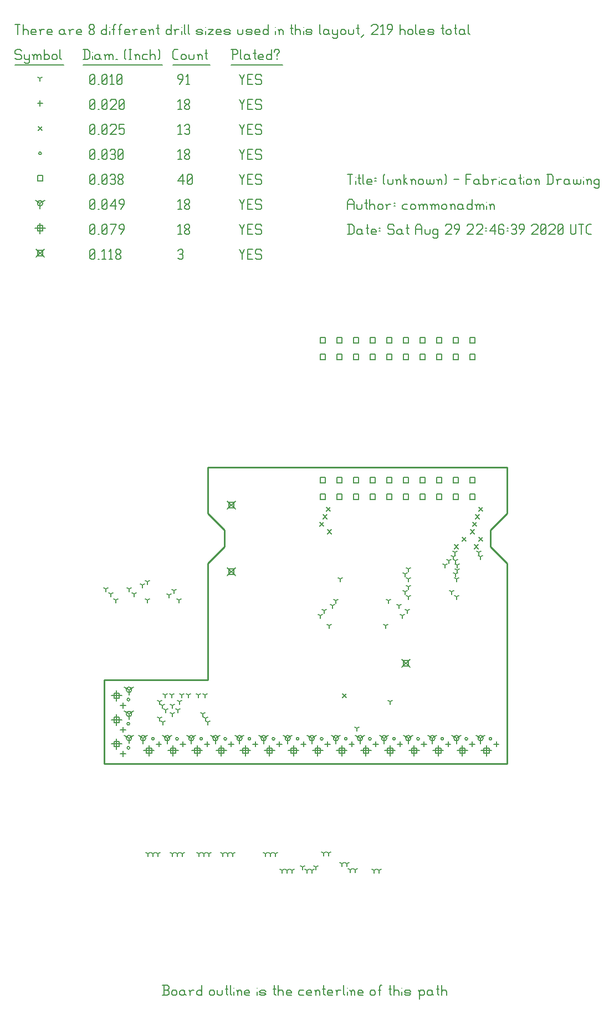
<source format=gbr>
G04 start of page 14 for group -3984 idx -3984 *
G04 Title: (unknown), fab *
G04 Creator: pcb 4.2.0 *
G04 CreationDate: Sat Aug 29 22:46:39 2020 UTC *
G04 For: commonadmin *
G04 Format: Gerber/RS-274X *
G04 PCB-Dimensions (mil): 3500.00 4250.00 *
G04 PCB-Coordinate-Origin: lower left *
%MOIN*%
%FSLAX25Y25*%
%LNFAB*%
%ADD135C,0.0100*%
%ADD134C,0.0075*%
%ADD133C,0.0060*%
%ADD132C,0.0080*%
G54D132*X232600Y192400D02*X237400Y187600D01*
X232600D02*X237400Y192400D01*
X233400Y191600D02*X236600D01*
X233400D02*Y188400D01*
X236600D01*
Y191600D02*Y188400D01*
X127600Y287400D02*X132400Y282600D01*
X127600D02*X132400Y287400D01*
X128400Y286600D02*X131600D01*
X128400D02*Y283400D01*
X131600D01*
Y286600D02*Y283400D01*
X127600Y247400D02*X132400Y242600D01*
X127600D02*X132400Y247400D01*
X128400Y246600D02*X131600D01*
X128400D02*Y243400D01*
X131600D01*
Y246600D02*Y243400D01*
X12600Y438650D02*X17400Y433850D01*
X12600D02*X17400Y438650D01*
X13400Y437850D02*X16600D01*
X13400D02*Y434650D01*
X16600D01*
Y437850D02*Y434650D01*
G54D133*X135000Y438500D02*X136500Y435500D01*
X138000Y438500D01*
X136500Y435500D02*Y432500D01*
X139800Y435800D02*X142050D01*
X139800Y432500D02*X142800D01*
X139800Y438500D02*Y432500D01*
Y438500D02*X142800D01*
X147600D02*X148350Y437750D01*
X145350Y438500D02*X147600D01*
X144600Y437750D02*X145350Y438500D01*
X144600Y437750D02*Y436250D01*
X145350Y435500D01*
X147600D01*
X148350Y434750D01*
Y433250D01*
X147600Y432500D02*X148350Y433250D01*
X145350Y432500D02*X147600D01*
X144600Y433250D02*X145350Y432500D01*
X98000Y437750D02*X98750Y438500D01*
X100250D01*
X101000Y437750D01*
X100250Y432500D02*X101000Y433250D01*
X98750Y432500D02*X100250D01*
X98000Y433250D02*X98750Y432500D01*
Y435800D02*X100250D01*
X101000Y437750D02*Y436550D01*
Y435050D02*Y433250D01*
Y435050D02*X100250Y435800D01*
X101000Y436550D02*X100250Y435800D01*
X45000Y433250D02*X45750Y432500D01*
X45000Y437750D02*Y433250D01*
Y437750D02*X45750Y438500D01*
X47250D01*
X48000Y437750D01*
Y433250D01*
X47250Y432500D02*X48000Y433250D01*
X45750Y432500D02*X47250D01*
X45000Y434000D02*X48000Y437000D01*
X49800Y432500D02*X50550D01*
X52350Y437300D02*X53550Y438500D01*
Y432500D01*
X52350D02*X54600D01*
X56400Y437300D02*X57600Y438500D01*
Y432500D01*
X56400D02*X58650D01*
X60450Y433250D02*X61200Y432500D01*
X60450Y434450D02*Y433250D01*
Y434450D02*X61500Y435500D01*
X62400D01*
X63450Y434450D01*
Y433250D01*
X62700Y432500D02*X63450Y433250D01*
X61200Y432500D02*X62700D01*
X60450Y436550D02*X61500Y435500D01*
X60450Y437750D02*Y436550D01*
Y437750D02*X61200Y438500D01*
X62700D01*
X63450Y437750D01*
Y436550D01*
X62400Y435500D02*X63450Y436550D01*
X225500Y140700D02*Y134300D01*
X222300Y137500D02*X228700D01*
X223900Y139100D02*X227100D01*
X223900D02*Y135900D01*
X227100D01*
Y139100D02*Y135900D01*
X240000Y140700D02*Y134300D01*
X236800Y137500D02*X243200D01*
X238400Y139100D02*X241600D01*
X238400D02*Y135900D01*
X241600D01*
Y139100D02*Y135900D01*
X80500Y140700D02*Y134300D01*
X77300Y137500D02*X83700D01*
X78900Y139100D02*X82100D01*
X78900D02*Y135900D01*
X82100D01*
Y139100D02*Y135900D01*
X95000Y140700D02*Y134300D01*
X91800Y137500D02*X98200D01*
X93400Y139100D02*X96600D01*
X93400D02*Y135900D01*
X96600D01*
Y139100D02*Y135900D01*
X109500Y140700D02*Y134300D01*
X106300Y137500D02*X112700D01*
X107900Y139100D02*X111100D01*
X107900D02*Y135900D01*
X111100D01*
Y139100D02*Y135900D01*
X124000Y140700D02*Y134300D01*
X120800Y137500D02*X127200D01*
X122400Y139100D02*X125600D01*
X122400D02*Y135900D01*
X125600D01*
Y139100D02*Y135900D01*
X138500Y140700D02*Y134300D01*
X135300Y137500D02*X141700D01*
X136900Y139100D02*X140100D01*
X136900D02*Y135900D01*
X140100D01*
Y139100D02*Y135900D01*
X153000Y140700D02*Y134300D01*
X149800Y137500D02*X156200D01*
X151400Y139100D02*X154600D01*
X151400D02*Y135900D01*
X154600D01*
Y139100D02*Y135900D01*
X167500Y140700D02*Y134300D01*
X164300Y137500D02*X170700D01*
X165900Y139100D02*X169100D01*
X165900D02*Y135900D01*
X169100D01*
Y139100D02*Y135900D01*
X182000Y140700D02*Y134300D01*
X178800Y137500D02*X185200D01*
X180400Y139100D02*X183600D01*
X180400D02*Y135900D01*
X183600D01*
Y139100D02*Y135900D01*
X196500Y140700D02*Y134300D01*
X193300Y137500D02*X199700D01*
X194900Y139100D02*X198100D01*
X194900D02*Y135900D01*
X198100D01*
Y139100D02*Y135900D01*
X211000Y140700D02*Y134300D01*
X207800Y137500D02*X214200D01*
X209400Y139100D02*X212600D01*
X209400D02*Y135900D01*
X212600D01*
Y139100D02*Y135900D01*
X254500Y140700D02*Y134300D01*
X251300Y137500D02*X257700D01*
X252900Y139100D02*X256100D01*
X252900D02*Y135900D01*
X256100D01*
Y139100D02*Y135900D01*
X269000Y140700D02*Y134300D01*
X265800Y137500D02*X272200D01*
X267400Y139100D02*X270600D01*
X267400D02*Y135900D01*
X270600D01*
Y139100D02*Y135900D01*
X283500Y140700D02*Y134300D01*
X280300Y137500D02*X286700D01*
X281900Y139100D02*X285100D01*
X281900D02*Y135900D01*
X285100D01*
Y139100D02*Y135900D01*
X61000Y144700D02*Y138300D01*
X57800Y141500D02*X64200D01*
X59400Y143100D02*X62600D01*
X59400D02*Y139900D01*
X62600D01*
Y143100D02*Y139900D01*
X61000Y173700D02*Y167300D01*
X57800Y170500D02*X64200D01*
X59400Y172100D02*X62600D01*
X59400D02*Y168900D01*
X62600D01*
Y172100D02*Y168900D01*
X61000Y159200D02*Y152800D01*
X57800Y156000D02*X64200D01*
X59400Y157600D02*X62600D01*
X59400D02*Y154400D01*
X62600D01*
Y157600D02*Y154400D01*
X15000Y454450D02*Y448050D01*
X11800Y451250D02*X18200D01*
X13400Y452850D02*X16600D01*
X13400D02*Y449650D01*
X16600D01*
Y452850D02*Y449650D01*
X135000Y453500D02*X136500Y450500D01*
X138000Y453500D01*
X136500Y450500D02*Y447500D01*
X139800Y450800D02*X142050D01*
X139800Y447500D02*X142800D01*
X139800Y453500D02*Y447500D01*
Y453500D02*X142800D01*
X147600D02*X148350Y452750D01*
X145350Y453500D02*X147600D01*
X144600Y452750D02*X145350Y453500D01*
X144600Y452750D02*Y451250D01*
X145350Y450500D01*
X147600D01*
X148350Y449750D01*
Y448250D01*
X147600Y447500D02*X148350Y448250D01*
X145350Y447500D02*X147600D01*
X144600Y448250D02*X145350Y447500D01*
X98000Y452300D02*X99200Y453500D01*
Y447500D01*
X98000D02*X100250D01*
X102050Y448250D02*X102800Y447500D01*
X102050Y449450D02*Y448250D01*
Y449450D02*X103100Y450500D01*
X104000D01*
X105050Y449450D01*
Y448250D01*
X104300Y447500D02*X105050Y448250D01*
X102800Y447500D02*X104300D01*
X102050Y451550D02*X103100Y450500D01*
X102050Y452750D02*Y451550D01*
Y452750D02*X102800Y453500D01*
X104300D01*
X105050Y452750D01*
Y451550D01*
X104000Y450500D02*X105050Y451550D01*
X45000Y448250D02*X45750Y447500D01*
X45000Y452750D02*Y448250D01*
Y452750D02*X45750Y453500D01*
X47250D01*
X48000Y452750D01*
Y448250D01*
X47250Y447500D02*X48000Y448250D01*
X45750Y447500D02*X47250D01*
X45000Y449000D02*X48000Y452000D01*
X49800Y447500D02*X50550D01*
X52350Y448250D02*X53100Y447500D01*
X52350Y452750D02*Y448250D01*
Y452750D02*X53100Y453500D01*
X54600D01*
X55350Y452750D01*
Y448250D01*
X54600Y447500D02*X55350Y448250D01*
X53100Y447500D02*X54600D01*
X52350Y449000D02*X55350Y452000D01*
X57900Y447500D02*X60900Y453500D01*
X57150D02*X60900D01*
X63450Y447500D02*X65700Y450500D01*
Y452750D02*Y450500D01*
X64950Y453500D02*X65700Y452750D01*
X63450Y453500D02*X64950D01*
X62700Y452750D02*X63450Y453500D01*
X62700Y452750D02*Y451250D01*
X63450Y450500D01*
X65700D01*
X221957Y144980D02*Y141780D01*
Y144980D02*X224730Y146580D01*
X221957Y144980D02*X219183Y146580D01*
X220357Y144980D02*G75*G03X223557Y144980I1600J0D01*G01*
G75*G03X220357Y144980I-1600J0D01*G01*
X236457D02*Y141780D01*
Y144980D02*X239230Y146580D01*
X236457Y144980D02*X233683Y146580D01*
X234857Y144980D02*G75*G03X238057Y144980I1600J0D01*G01*
G75*G03X234857Y144980I-1600J0D01*G01*
X76957D02*Y141780D01*
Y144980D02*X79730Y146580D01*
X76957Y144980D02*X74183Y146580D01*
X75357Y144980D02*G75*G03X78557Y144980I1600J0D01*G01*
G75*G03X75357Y144980I-1600J0D01*G01*
X91457D02*Y141780D01*
Y144980D02*X94230Y146580D01*
X91457Y144980D02*X88683Y146580D01*
X89857Y144980D02*G75*G03X93057Y144980I1600J0D01*G01*
G75*G03X89857Y144980I-1600J0D01*G01*
X105957D02*Y141780D01*
Y144980D02*X108730Y146580D01*
X105957Y144980D02*X103183Y146580D01*
X104357Y144980D02*G75*G03X107557Y144980I1600J0D01*G01*
G75*G03X104357Y144980I-1600J0D01*G01*
X120457D02*Y141780D01*
Y144980D02*X123230Y146580D01*
X120457Y144980D02*X117683Y146580D01*
X118857Y144980D02*G75*G03X122057Y144980I1600J0D01*G01*
G75*G03X118857Y144980I-1600J0D01*G01*
X134957D02*Y141780D01*
Y144980D02*X137730Y146580D01*
X134957Y144980D02*X132183Y146580D01*
X133357Y144980D02*G75*G03X136557Y144980I1600J0D01*G01*
G75*G03X133357Y144980I-1600J0D01*G01*
X149457D02*Y141780D01*
Y144980D02*X152230Y146580D01*
X149457Y144980D02*X146683Y146580D01*
X147857Y144980D02*G75*G03X151057Y144980I1600J0D01*G01*
G75*G03X147857Y144980I-1600J0D01*G01*
X163957D02*Y141780D01*
Y144980D02*X166730Y146580D01*
X163957Y144980D02*X161183Y146580D01*
X162357Y144980D02*G75*G03X165557Y144980I1600J0D01*G01*
G75*G03X162357Y144980I-1600J0D01*G01*
X178457D02*Y141780D01*
Y144980D02*X181230Y146580D01*
X178457Y144980D02*X175683Y146580D01*
X176857Y144980D02*G75*G03X180057Y144980I1600J0D01*G01*
G75*G03X176857Y144980I-1600J0D01*G01*
X192957D02*Y141780D01*
Y144980D02*X195730Y146580D01*
X192957Y144980D02*X190183Y146580D01*
X191357Y144980D02*G75*G03X194557Y144980I1600J0D01*G01*
G75*G03X191357Y144980I-1600J0D01*G01*
X207457D02*Y141780D01*
Y144980D02*X210230Y146580D01*
X207457Y144980D02*X204683Y146580D01*
X205857Y144980D02*G75*G03X209057Y144980I1600J0D01*G01*
G75*G03X205857Y144980I-1600J0D01*G01*
X250957D02*Y141780D01*
Y144980D02*X253730Y146580D01*
X250957Y144980D02*X248183Y146580D01*
X249357Y144980D02*G75*G03X252557Y144980I1600J0D01*G01*
G75*G03X249357Y144980I-1600J0D01*G01*
X265457D02*Y141780D01*
Y144980D02*X268230Y146580D01*
X265457Y144980D02*X262683Y146580D01*
X263857Y144980D02*G75*G03X267057Y144980I1600J0D01*G01*
G75*G03X263857Y144980I-1600J0D01*G01*
X279957D02*Y141780D01*
Y144980D02*X282730Y146580D01*
X279957Y144980D02*X277183Y146580D01*
X278357Y144980D02*G75*G03X281557Y144980I1600J0D01*G01*
G75*G03X278357Y144980I-1600J0D01*G01*
X68480Y145043D02*Y141843D01*
Y145043D02*X71254Y146643D01*
X68480Y145043D02*X65707Y146643D01*
X66880Y145043D02*G75*G03X70080Y145043I1600J0D01*G01*
G75*G03X66880Y145043I-1600J0D01*G01*
X68480Y174043D02*Y170843D01*
Y174043D02*X71254Y175643D01*
X68480Y174043D02*X65707Y175643D01*
X66880Y174043D02*G75*G03X70080Y174043I1600J0D01*G01*
G75*G03X66880Y174043I-1600J0D01*G01*
X68480Y159543D02*Y156343D01*
Y159543D02*X71254Y161143D01*
X68480Y159543D02*X65707Y161143D01*
X66880Y159543D02*G75*G03X70080Y159543I1600J0D01*G01*
G75*G03X66880Y159543I-1600J0D01*G01*
X15000Y466250D02*Y463050D01*
Y466250D02*X17773Y467850D01*
X15000Y466250D02*X12227Y467850D01*
X13400Y466250D02*G75*G03X16600Y466250I1600J0D01*G01*
G75*G03X13400Y466250I-1600J0D01*G01*
X135000Y468500D02*X136500Y465500D01*
X138000Y468500D01*
X136500Y465500D02*Y462500D01*
X139800Y465800D02*X142050D01*
X139800Y462500D02*X142800D01*
X139800Y468500D02*Y462500D01*
Y468500D02*X142800D01*
X147600D02*X148350Y467750D01*
X145350Y468500D02*X147600D01*
X144600Y467750D02*X145350Y468500D01*
X144600Y467750D02*Y466250D01*
X145350Y465500D01*
X147600D01*
X148350Y464750D01*
Y463250D01*
X147600Y462500D02*X148350Y463250D01*
X145350Y462500D02*X147600D01*
X144600Y463250D02*X145350Y462500D01*
X98000Y467300D02*X99200Y468500D01*
Y462500D01*
X98000D02*X100250D01*
X102050Y463250D02*X102800Y462500D01*
X102050Y464450D02*Y463250D01*
Y464450D02*X103100Y465500D01*
X104000D01*
X105050Y464450D01*
Y463250D01*
X104300Y462500D02*X105050Y463250D01*
X102800Y462500D02*X104300D01*
X102050Y466550D02*X103100Y465500D01*
X102050Y467750D02*Y466550D01*
Y467750D02*X102800Y468500D01*
X104300D01*
X105050Y467750D01*
Y466550D01*
X104000Y465500D02*X105050Y466550D01*
X45000Y463250D02*X45750Y462500D01*
X45000Y467750D02*Y463250D01*
Y467750D02*X45750Y468500D01*
X47250D01*
X48000Y467750D01*
Y463250D01*
X47250Y462500D02*X48000Y463250D01*
X45750Y462500D02*X47250D01*
X45000Y464000D02*X48000Y467000D01*
X49800Y462500D02*X50550D01*
X52350Y463250D02*X53100Y462500D01*
X52350Y467750D02*Y463250D01*
Y467750D02*X53100Y468500D01*
X54600D01*
X55350Y467750D01*
Y463250D01*
X54600Y462500D02*X55350Y463250D01*
X53100Y462500D02*X54600D01*
X52350Y464000D02*X55350Y467000D01*
X57150Y464750D02*X60150Y468500D01*
X57150Y464750D02*X60900D01*
X60150Y468500D02*Y462500D01*
X63450D02*X65700Y465500D01*
Y467750D02*Y465500D01*
X64950Y468500D02*X65700Y467750D01*
X63450Y468500D02*X64950D01*
X62700Y467750D02*X63450Y468500D01*
X62700Y467750D02*Y466250D01*
X63450Y465500D01*
X65700D01*
X273400Y301600D02*X276600D01*
X273400D02*Y298400D01*
X276600D01*
Y301600D02*Y298400D01*
X273400Y291600D02*X276600D01*
X273400D02*Y288400D01*
X276600D01*
Y291600D02*Y288400D01*
X263400Y301600D02*X266600D01*
X263400D02*Y298400D01*
X266600D01*
Y301600D02*Y298400D01*
X263400Y291600D02*X266600D01*
X263400D02*Y288400D01*
X266600D01*
Y291600D02*Y288400D01*
X253400Y301600D02*X256600D01*
X253400D02*Y298400D01*
X256600D01*
Y301600D02*Y298400D01*
X253400Y291600D02*X256600D01*
X253400D02*Y288400D01*
X256600D01*
Y291600D02*Y288400D01*
X243400Y301600D02*X246600D01*
X243400D02*Y298400D01*
X246600D01*
Y301600D02*Y298400D01*
X243400Y291600D02*X246600D01*
X243400D02*Y288400D01*
X246600D01*
Y291600D02*Y288400D01*
X233400Y301600D02*X236600D01*
X233400D02*Y298400D01*
X236600D01*
Y301600D02*Y298400D01*
X233400Y291600D02*X236600D01*
X233400D02*Y288400D01*
X236600D01*
Y291600D02*Y288400D01*
X223400Y301600D02*X226600D01*
X223400D02*Y298400D01*
X226600D01*
Y301600D02*Y298400D01*
X223400Y291600D02*X226600D01*
X223400D02*Y288400D01*
X226600D01*
Y291600D02*Y288400D01*
X213400Y301600D02*X216600D01*
X213400D02*Y298400D01*
X216600D01*
Y301600D02*Y298400D01*
X213400Y291600D02*X216600D01*
X213400D02*Y288400D01*
X216600D01*
Y291600D02*Y288400D01*
X203400Y301600D02*X206600D01*
X203400D02*Y298400D01*
X206600D01*
Y301600D02*Y298400D01*
X203400Y291600D02*X206600D01*
X203400D02*Y288400D01*
X206600D01*
Y291600D02*Y288400D01*
X193400Y301600D02*X196600D01*
X193400D02*Y298400D01*
X196600D01*
Y301600D02*Y298400D01*
X193400Y291600D02*X196600D01*
X193400D02*Y288400D01*
X196600D01*
Y291600D02*Y288400D01*
X183400Y301600D02*X186600D01*
X183400D02*Y298400D01*
X186600D01*
Y301600D02*Y298400D01*
X183400Y291600D02*X186600D01*
X183400D02*Y288400D01*
X186600D01*
Y291600D02*Y288400D01*
X273400Y385600D02*X276600D01*
X273400D02*Y382400D01*
X276600D01*
Y385600D02*Y382400D01*
X273400Y375600D02*X276600D01*
X273400D02*Y372400D01*
X276600D01*
Y375600D02*Y372400D01*
X263400Y385600D02*X266600D01*
X263400D02*Y382400D01*
X266600D01*
Y385600D02*Y382400D01*
X263400Y375600D02*X266600D01*
X263400D02*Y372400D01*
X266600D01*
Y375600D02*Y372400D01*
X253400Y385600D02*X256600D01*
X253400D02*Y382400D01*
X256600D01*
Y385600D02*Y382400D01*
X253400Y375600D02*X256600D01*
X253400D02*Y372400D01*
X256600D01*
Y375600D02*Y372400D01*
X243400Y385600D02*X246600D01*
X243400D02*Y382400D01*
X246600D01*
Y385600D02*Y382400D01*
X243400Y375600D02*X246600D01*
X243400D02*Y372400D01*
X246600D01*
Y375600D02*Y372400D01*
X233400Y385600D02*X236600D01*
X233400D02*Y382400D01*
X236600D01*
Y385600D02*Y382400D01*
X233400Y375600D02*X236600D01*
X233400D02*Y372400D01*
X236600D01*
Y375600D02*Y372400D01*
X223400Y385600D02*X226600D01*
X223400D02*Y382400D01*
X226600D01*
Y385600D02*Y382400D01*
X223400Y375600D02*X226600D01*
X223400D02*Y372400D01*
X226600D01*
Y375600D02*Y372400D01*
X213400Y385600D02*X216600D01*
X213400D02*Y382400D01*
X216600D01*
Y385600D02*Y382400D01*
X213400Y375600D02*X216600D01*
X213400D02*Y372400D01*
X216600D01*
Y375600D02*Y372400D01*
X203400Y385600D02*X206600D01*
X203400D02*Y382400D01*
X206600D01*
Y385600D02*Y382400D01*
X203400Y375600D02*X206600D01*
X203400D02*Y372400D01*
X206600D01*
Y375600D02*Y372400D01*
X193400Y385600D02*X196600D01*
X193400D02*Y382400D01*
X196600D01*
Y385600D02*Y382400D01*
X193400Y375600D02*X196600D01*
X193400D02*Y372400D01*
X196600D01*
Y375600D02*Y372400D01*
X183400Y385600D02*X186600D01*
X183400D02*Y382400D01*
X186600D01*
Y385600D02*Y382400D01*
X183400Y375600D02*X186600D01*
X183400D02*Y372400D01*
X186600D01*
Y375600D02*Y372400D01*
X13400Y482850D02*X16600D01*
X13400D02*Y479650D01*
X16600D01*
Y482850D02*Y479650D01*
X135000Y483500D02*X136500Y480500D01*
X138000Y483500D01*
X136500Y480500D02*Y477500D01*
X139800Y480800D02*X142050D01*
X139800Y477500D02*X142800D01*
X139800Y483500D02*Y477500D01*
Y483500D02*X142800D01*
X147600D02*X148350Y482750D01*
X145350Y483500D02*X147600D01*
X144600Y482750D02*X145350Y483500D01*
X144600Y482750D02*Y481250D01*
X145350Y480500D01*
X147600D01*
X148350Y479750D01*
Y478250D01*
X147600Y477500D02*X148350Y478250D01*
X145350Y477500D02*X147600D01*
X144600Y478250D02*X145350Y477500D01*
X98000Y479750D02*X101000Y483500D01*
X98000Y479750D02*X101750D01*
X101000Y483500D02*Y477500D01*
X103550Y478250D02*X104300Y477500D01*
X103550Y482750D02*Y478250D01*
Y482750D02*X104300Y483500D01*
X105800D01*
X106550Y482750D01*
Y478250D01*
X105800Y477500D02*X106550Y478250D01*
X104300Y477500D02*X105800D01*
X103550Y479000D02*X106550Y482000D01*
X45000Y478250D02*X45750Y477500D01*
X45000Y482750D02*Y478250D01*
Y482750D02*X45750Y483500D01*
X47250D01*
X48000Y482750D01*
Y478250D01*
X47250Y477500D02*X48000Y478250D01*
X45750Y477500D02*X47250D01*
X45000Y479000D02*X48000Y482000D01*
X49800Y477500D02*X50550D01*
X52350Y478250D02*X53100Y477500D01*
X52350Y482750D02*Y478250D01*
Y482750D02*X53100Y483500D01*
X54600D01*
X55350Y482750D01*
Y478250D01*
X54600Y477500D02*X55350Y478250D01*
X53100Y477500D02*X54600D01*
X52350Y479000D02*X55350Y482000D01*
X57150Y482750D02*X57900Y483500D01*
X59400D01*
X60150Y482750D01*
X59400Y477500D02*X60150Y478250D01*
X57900Y477500D02*X59400D01*
X57150Y478250D02*X57900Y477500D01*
Y480800D02*X59400D01*
X60150Y482750D02*Y481550D01*
Y480050D02*Y478250D01*
Y480050D02*X59400Y480800D01*
X60150Y481550D02*X59400Y480800D01*
X61950Y478250D02*X62700Y477500D01*
X61950Y479450D02*Y478250D01*
Y479450D02*X63000Y480500D01*
X63900D01*
X64950Y479450D01*
Y478250D01*
X64200Y477500D02*X64950Y478250D01*
X62700Y477500D02*X64200D01*
X61950Y481550D02*X63000Y480500D01*
X61950Y482750D02*Y481550D01*
Y482750D02*X62700Y483500D01*
X64200D01*
X64950Y482750D01*
Y481550D01*
X63900Y480500D02*X64950Y481550D01*
X227062Y144587D02*G75*G03X228662Y144587I800J0D01*G01*
G75*G03X227062Y144587I-800J0D01*G01*
X241562D02*G75*G03X243162Y144587I800J0D01*G01*
G75*G03X241562Y144587I-800J0D01*G01*
X82062D02*G75*G03X83662Y144587I800J0D01*G01*
G75*G03X82062Y144587I-800J0D01*G01*
X96562D02*G75*G03X98162Y144587I800J0D01*G01*
G75*G03X96562Y144587I-800J0D01*G01*
X111062D02*G75*G03X112662Y144587I800J0D01*G01*
G75*G03X111062Y144587I-800J0D01*G01*
X125562D02*G75*G03X127162Y144587I800J0D01*G01*
G75*G03X125562Y144587I-800J0D01*G01*
X140062D02*G75*G03X141662Y144587I800J0D01*G01*
G75*G03X140062Y144587I-800J0D01*G01*
X154562D02*G75*G03X156162Y144587I800J0D01*G01*
G75*G03X154562Y144587I-800J0D01*G01*
X169062D02*G75*G03X170662Y144587I800J0D01*G01*
G75*G03X169062Y144587I-800J0D01*G01*
X183562D02*G75*G03X185162Y144587I800J0D01*G01*
G75*G03X183562Y144587I-800J0D01*G01*
X198062D02*G75*G03X199662Y144587I800J0D01*G01*
G75*G03X198062Y144587I-800J0D01*G01*
X212562D02*G75*G03X214162Y144587I800J0D01*G01*
G75*G03X212562Y144587I-800J0D01*G01*
X256062D02*G75*G03X257662Y144587I800J0D01*G01*
G75*G03X256062Y144587I-800J0D01*G01*
X270562D02*G75*G03X272162Y144587I800J0D01*G01*
G75*G03X270562Y144587I-800J0D01*G01*
X285062D02*G75*G03X286662Y144587I800J0D01*G01*
G75*G03X285062Y144587I-800J0D01*G01*
X67287Y139138D02*G75*G03X68887Y139138I800J0D01*G01*
G75*G03X67287Y139138I-800J0D01*G01*
Y168138D02*G75*G03X68887Y168138I800J0D01*G01*
G75*G03X67287Y168138I-800J0D01*G01*
Y153638D02*G75*G03X68887Y153638I800J0D01*G01*
G75*G03X67287Y153638I-800J0D01*G01*
X14200Y496250D02*G75*G03X15800Y496250I800J0D01*G01*
G75*G03X14200Y496250I-800J0D01*G01*
X135000Y498500D02*X136500Y495500D01*
X138000Y498500D01*
X136500Y495500D02*Y492500D01*
X139800Y495800D02*X142050D01*
X139800Y492500D02*X142800D01*
X139800Y498500D02*Y492500D01*
Y498500D02*X142800D01*
X147600D02*X148350Y497750D01*
X145350Y498500D02*X147600D01*
X144600Y497750D02*X145350Y498500D01*
X144600Y497750D02*Y496250D01*
X145350Y495500D01*
X147600D01*
X148350Y494750D01*
Y493250D01*
X147600Y492500D02*X148350Y493250D01*
X145350Y492500D02*X147600D01*
X144600Y493250D02*X145350Y492500D01*
X98000Y497300D02*X99200Y498500D01*
Y492500D01*
X98000D02*X100250D01*
X102050Y493250D02*X102800Y492500D01*
X102050Y494450D02*Y493250D01*
Y494450D02*X103100Y495500D01*
X104000D01*
X105050Y494450D01*
Y493250D01*
X104300Y492500D02*X105050Y493250D01*
X102800Y492500D02*X104300D01*
X102050Y496550D02*X103100Y495500D01*
X102050Y497750D02*Y496550D01*
Y497750D02*X102800Y498500D01*
X104300D01*
X105050Y497750D01*
Y496550D01*
X104000Y495500D02*X105050Y496550D01*
X45000Y493250D02*X45750Y492500D01*
X45000Y497750D02*Y493250D01*
Y497750D02*X45750Y498500D01*
X47250D01*
X48000Y497750D01*
Y493250D01*
X47250Y492500D02*X48000Y493250D01*
X45750Y492500D02*X47250D01*
X45000Y494000D02*X48000Y497000D01*
X49800Y492500D02*X50550D01*
X52350Y493250D02*X53100Y492500D01*
X52350Y497750D02*Y493250D01*
Y497750D02*X53100Y498500D01*
X54600D01*
X55350Y497750D01*
Y493250D01*
X54600Y492500D02*X55350Y493250D01*
X53100Y492500D02*X54600D01*
X52350Y494000D02*X55350Y497000D01*
X57150Y497750D02*X57900Y498500D01*
X59400D01*
X60150Y497750D01*
X59400Y492500D02*X60150Y493250D01*
X57900Y492500D02*X59400D01*
X57150Y493250D02*X57900Y492500D01*
Y495800D02*X59400D01*
X60150Y497750D02*Y496550D01*
Y495050D02*Y493250D01*
Y495050D02*X59400Y495800D01*
X60150Y496550D02*X59400Y495800D01*
X61950Y493250D02*X62700Y492500D01*
X61950Y497750D02*Y493250D01*
Y497750D02*X62700Y498500D01*
X64200D01*
X64950Y497750D01*
Y493250D01*
X64200Y492500D02*X64950Y493250D01*
X62700Y492500D02*X64200D01*
X61950Y494000D02*X64950Y497000D01*
X273800Y270200D02*X276200Y267800D01*
X273800D02*X276200Y270200D01*
X275300Y274700D02*X277700Y272300D01*
X275300D02*X277700Y274700D01*
X276800Y279200D02*X279200Y276800D01*
X276800D02*X279200Y279200D01*
X278800Y283700D02*X281200Y281300D01*
X278800D02*X281200Y283700D01*
X276300Y261200D02*X278700Y258800D01*
X276300D02*X278700Y261200D01*
X278800Y265700D02*X281200Y263300D01*
X278800D02*X281200Y265700D01*
X268800D02*X271200Y263300D01*
X268800D02*X271200Y265700D01*
X264300Y261200D02*X266700Y258800D01*
X264300D02*X266700Y261200D01*
X187300Y283700D02*X189700Y281300D01*
X187300D02*X189700Y283700D01*
X196800Y171700D02*X199200Y169300D01*
X196800D02*X199200Y171700D01*
X185300Y279200D02*X187700Y276800D01*
X185300D02*X187700Y279200D01*
X187800Y270200D02*X190200Y267800D01*
X187800D02*X190200Y270200D01*
X183300Y274700D02*X185700Y272300D01*
X183300D02*X185700Y274700D01*
X13800Y512450D02*X16200Y510050D01*
X13800D02*X16200Y512450D01*
X135000Y513500D02*X136500Y510500D01*
X138000Y513500D01*
X136500Y510500D02*Y507500D01*
X139800Y510800D02*X142050D01*
X139800Y507500D02*X142800D01*
X139800Y513500D02*Y507500D01*
Y513500D02*X142800D01*
X147600D02*X148350Y512750D01*
X145350Y513500D02*X147600D01*
X144600Y512750D02*X145350Y513500D01*
X144600Y512750D02*Y511250D01*
X145350Y510500D01*
X147600D01*
X148350Y509750D01*
Y508250D01*
X147600Y507500D02*X148350Y508250D01*
X145350Y507500D02*X147600D01*
X144600Y508250D02*X145350Y507500D01*
X98000Y512300D02*X99200Y513500D01*
Y507500D01*
X98000D02*X100250D01*
X102050Y512750D02*X102800Y513500D01*
X104300D01*
X105050Y512750D01*
X104300Y507500D02*X105050Y508250D01*
X102800Y507500D02*X104300D01*
X102050Y508250D02*X102800Y507500D01*
Y510800D02*X104300D01*
X105050Y512750D02*Y511550D01*
Y510050D02*Y508250D01*
Y510050D02*X104300Y510800D01*
X105050Y511550D02*X104300Y510800D01*
X45000Y508250D02*X45750Y507500D01*
X45000Y512750D02*Y508250D01*
Y512750D02*X45750Y513500D01*
X47250D01*
X48000Y512750D01*
Y508250D01*
X47250Y507500D02*X48000Y508250D01*
X45750Y507500D02*X47250D01*
X45000Y509000D02*X48000Y512000D01*
X49800Y507500D02*X50550D01*
X52350Y508250D02*X53100Y507500D01*
X52350Y512750D02*Y508250D01*
Y512750D02*X53100Y513500D01*
X54600D01*
X55350Y512750D01*
Y508250D01*
X54600Y507500D02*X55350Y508250D01*
X53100Y507500D02*X54600D01*
X52350Y509000D02*X55350Y512000D01*
X57150Y512750D02*X57900Y513500D01*
X60150D01*
X60900Y512750D01*
Y511250D01*
X57150Y507500D02*X60900Y511250D01*
X57150Y507500D02*X60900D01*
X62700Y513500D02*X65700D01*
X62700D02*Y510500D01*
X63450Y511250D01*
X64950D01*
X65700Y510500D01*
Y508250D01*
X64950Y507500D02*X65700Y508250D01*
X63450Y507500D02*X64950D01*
X62700Y508250D02*X63450Y507500D01*
X231406Y143037D02*Y139837D01*
X229806Y141437D02*X233006D01*
X245906Y143037D02*Y139837D01*
X244306Y141437D02*X247506D01*
X86406Y143037D02*Y139837D01*
X84806Y141437D02*X88006D01*
X100906Y143037D02*Y139837D01*
X99306Y141437D02*X102506D01*
X115406Y143037D02*Y139837D01*
X113806Y141437D02*X117006D01*
X129906Y143037D02*Y139837D01*
X128306Y141437D02*X131506D01*
X144406Y143037D02*Y139837D01*
X142806Y141437D02*X146006D01*
X158906Y143037D02*Y139837D01*
X157306Y141437D02*X160506D01*
X173406Y143037D02*Y139837D01*
X171806Y141437D02*X175006D01*
X187906Y143037D02*Y139837D01*
X186306Y141437D02*X189506D01*
X202406Y143037D02*Y139837D01*
X200806Y141437D02*X204006D01*
X216906Y143037D02*Y139837D01*
X215306Y141437D02*X218506D01*
X260406Y143037D02*Y139837D01*
X258806Y141437D02*X262006D01*
X274906Y143037D02*Y139837D01*
X273306Y141437D02*X276506D01*
X289406Y143037D02*Y139837D01*
X287806Y141437D02*X291006D01*
X64937Y137194D02*Y133994D01*
X63337Y135594D02*X66537D01*
X64937Y166194D02*Y162994D01*
X63337Y164594D02*X66537D01*
X64937Y151694D02*Y148494D01*
X63337Y150094D02*X66537D01*
X15000Y527850D02*Y524650D01*
X13400Y526250D02*X16600D01*
X135000Y528500D02*X136500Y525500D01*
X138000Y528500D01*
X136500Y525500D02*Y522500D01*
X139800Y525800D02*X142050D01*
X139800Y522500D02*X142800D01*
X139800Y528500D02*Y522500D01*
Y528500D02*X142800D01*
X147600D02*X148350Y527750D01*
X145350Y528500D02*X147600D01*
X144600Y527750D02*X145350Y528500D01*
X144600Y527750D02*Y526250D01*
X145350Y525500D01*
X147600D01*
X148350Y524750D01*
Y523250D01*
X147600Y522500D02*X148350Y523250D01*
X145350Y522500D02*X147600D01*
X144600Y523250D02*X145350Y522500D01*
X98000Y527300D02*X99200Y528500D01*
Y522500D01*
X98000D02*X100250D01*
X102050Y523250D02*X102800Y522500D01*
X102050Y524450D02*Y523250D01*
Y524450D02*X103100Y525500D01*
X104000D01*
X105050Y524450D01*
Y523250D01*
X104300Y522500D02*X105050Y523250D01*
X102800Y522500D02*X104300D01*
X102050Y526550D02*X103100Y525500D01*
X102050Y527750D02*Y526550D01*
Y527750D02*X102800Y528500D01*
X104300D01*
X105050Y527750D01*
Y526550D01*
X104000Y525500D02*X105050Y526550D01*
X45000Y523250D02*X45750Y522500D01*
X45000Y527750D02*Y523250D01*
Y527750D02*X45750Y528500D01*
X47250D01*
X48000Y527750D01*
Y523250D01*
X47250Y522500D02*X48000Y523250D01*
X45750Y522500D02*X47250D01*
X45000Y524000D02*X48000Y527000D01*
X49800Y522500D02*X50550D01*
X52350Y523250D02*X53100Y522500D01*
X52350Y527750D02*Y523250D01*
Y527750D02*X53100Y528500D01*
X54600D01*
X55350Y527750D01*
Y523250D01*
X54600Y522500D02*X55350Y523250D01*
X53100Y522500D02*X54600D01*
X52350Y524000D02*X55350Y527000D01*
X57150Y527750D02*X57900Y528500D01*
X60150D01*
X60900Y527750D01*
Y526250D01*
X57150Y522500D02*X60900Y526250D01*
X57150Y522500D02*X60900D01*
X62700Y523250D02*X63450Y522500D01*
X62700Y527750D02*Y523250D01*
Y527750D02*X63450Y528500D01*
X64950D01*
X65700Y527750D01*
Y523250D01*
X64950Y522500D02*X65700Y523250D01*
X63450Y522500D02*X64950D01*
X62700Y524000D02*X65700Y527000D01*
X201499Y66000D02*Y64400D01*
Y66000D02*X202886Y66800D01*
X201499Y66000D02*X200113Y66800D01*
X204500Y66000D02*Y64400D01*
Y66000D02*X205887Y66800D01*
X204500Y66000D02*X203113Y66800D01*
X196500Y69500D02*Y67900D01*
Y69500D02*X197887Y70300D01*
X196500Y69500D02*X195113Y70300D01*
X199500Y69500D02*Y67900D01*
Y69500D02*X200887Y70300D01*
X199500Y69500D02*X198113Y70300D01*
X185500Y76000D02*Y74400D01*
Y76000D02*X186887Y76800D01*
X185500Y76000D02*X184113Y76800D01*
X188500Y76000D02*Y74400D01*
Y76000D02*X189887Y76800D01*
X188500Y76000D02*X187113Y76800D01*
X173000Y67500D02*Y65900D01*
Y67500D02*X174387Y68300D01*
X173000Y67500D02*X171613Y68300D01*
X175500Y65500D02*Y63900D01*
Y65500D02*X176887Y66300D01*
X175500Y65500D02*X174113Y66300D01*
X178500Y65500D02*Y63900D01*
Y65500D02*X179887Y66300D01*
X178500Y65500D02*X177113Y66300D01*
X181000Y67500D02*Y65900D01*
Y67500D02*X182387Y68300D01*
X181000Y67500D02*X179613Y68300D01*
X216000Y65500D02*Y63900D01*
Y65500D02*X217387Y66300D01*
X216000Y65500D02*X214613Y66300D01*
X219000Y65500D02*Y63900D01*
Y65500D02*X220387Y66300D01*
X219000Y65500D02*X217613Y66300D01*
X160500Y65500D02*Y63900D01*
Y65500D02*X161887Y66300D01*
X160500Y65500D02*X159113Y66300D01*
X163500Y65500D02*Y63900D01*
Y65500D02*X164887Y66300D01*
X163500Y65500D02*X162113Y66300D01*
X166500Y65500D02*Y63900D01*
Y65500D02*X167887Y66300D01*
X166500Y65500D02*X165113Y66300D01*
X150500Y75500D02*Y73900D01*
Y75500D02*X151887Y76300D01*
X150500Y75500D02*X149113Y76300D01*
X153500Y75500D02*Y73900D01*
Y75500D02*X154887Y76300D01*
X153500Y75500D02*X152113Y76300D01*
X156500Y75500D02*Y73900D01*
Y75500D02*X157887Y76300D01*
X156500Y75500D02*X155113Y76300D01*
X100500Y75500D02*Y73900D01*
Y75500D02*X101887Y76300D01*
X100500Y75500D02*X99113Y76300D01*
X97500Y75500D02*Y73900D01*
Y75500D02*X98887Y76300D01*
X97500Y75500D02*X96113Y76300D01*
X94500Y75500D02*Y73900D01*
Y75500D02*X95887Y76300D01*
X94500Y75500D02*X93113Y76300D01*
X86000Y75500D02*Y73900D01*
Y75500D02*X87387Y76300D01*
X86000Y75500D02*X84613Y76300D01*
X83000Y75500D02*Y73900D01*
Y75500D02*X84387Y76300D01*
X83000Y75500D02*X81613Y76300D01*
X80000Y75500D02*Y73900D01*
Y75500D02*X81387Y76300D01*
X80000Y75500D02*X78613Y76300D01*
X116500Y75500D02*Y73900D01*
Y75500D02*X117887Y76300D01*
X116500Y75500D02*X115113Y76300D01*
X113500Y75500D02*Y73900D01*
Y75500D02*X114887Y76300D01*
X113500Y75500D02*X112113Y76300D01*
X110500Y75500D02*Y73900D01*
Y75500D02*X111887Y76300D01*
X110500Y75500D02*X109113Y76300D01*
X131000Y75500D02*Y73900D01*
Y75500D02*X132387Y76300D01*
X131000Y75500D02*X129613Y76300D01*
X128000Y75500D02*Y73900D01*
Y75500D02*X129387Y76300D01*
X128000Y75500D02*X126613Y76300D01*
X125000Y75500D02*Y73900D01*
Y75500D02*X126387Y76300D01*
X125000Y75500D02*X123613Y76300D01*
X223000Y212500D02*Y210900D01*
Y212500D02*X224387Y213300D01*
X223000Y212500D02*X221613Y213300D01*
X280000Y254000D02*Y252400D01*
Y254000D02*X281387Y254800D01*
X280000Y254000D02*X278613Y254800D01*
X279000Y256500D02*Y254900D01*
Y256500D02*X280387Y257300D01*
X279000Y256500D02*X277613Y257300D01*
X265500Y230000D02*Y228400D01*
Y230000D02*X266887Y230800D01*
X265500Y230000D02*X264113Y230800D01*
X265500Y240500D02*Y238900D01*
Y240500D02*X266887Y241300D01*
X265500Y240500D02*X264113Y241300D01*
X262500Y233000D02*Y231400D01*
Y233000D02*X263887Y233800D01*
X262500Y233000D02*X261113Y233800D01*
X266000Y249000D02*Y247400D01*
Y249000D02*X267387Y249800D01*
X266000Y249000D02*X264613Y249800D01*
X265000Y251500D02*Y249900D01*
Y251500D02*X266387Y252300D01*
X265000Y251500D02*X263613Y252300D01*
X263500Y254000D02*Y252400D01*
Y254000D02*X264887Y254800D01*
X263500Y254000D02*X262113Y254800D01*
X261000Y251500D02*Y249900D01*
Y251500D02*X262387Y252300D01*
X261000Y251500D02*X259613Y252300D01*
X258500Y249000D02*Y247400D01*
Y249000D02*X259887Y249800D01*
X258500Y249000D02*X257113Y249800D01*
X236000Y221500D02*Y219900D01*
Y221500D02*X237387Y222300D01*
X236000Y221500D02*X234613Y222300D01*
X233000Y218500D02*Y216900D01*
Y218500D02*X234387Y219300D01*
X233000Y218500D02*X231613Y219300D01*
X236500Y246500D02*Y244900D01*
Y246500D02*X237887Y247300D01*
X236500Y246500D02*X235113Y247300D01*
X236500Y240500D02*Y238900D01*
Y240500D02*X237887Y241300D01*
X236500Y240500D02*X235113Y241300D01*
X234500Y243500D02*Y241900D01*
Y243500D02*X235887Y244300D01*
X234500Y243500D02*X233113Y244300D01*
X236500Y236000D02*Y234400D01*
Y236000D02*X237887Y236800D01*
X236500Y236000D02*X235113Y236800D01*
X236500Y230000D02*Y228400D01*
Y230000D02*X237887Y230800D01*
X236500Y230000D02*X235113Y230800D01*
X234500Y233000D02*Y231400D01*
Y233000D02*X235887Y233800D01*
X234500Y233000D02*X233113Y233800D01*
X231000Y224500D02*Y222900D01*
Y224500D02*X232387Y225300D01*
X231000Y224500D02*X229613Y225300D01*
X224500Y227500D02*Y225900D01*
Y227500D02*X225887Y228300D01*
X224500Y227500D02*X223113Y228300D01*
X265000Y243500D02*Y241900D01*
Y243500D02*X266387Y244300D01*
X265000Y243500D02*X263613Y244300D01*
X266000Y246000D02*Y244400D01*
Y246000D02*X267387Y246800D01*
X266000Y246000D02*X264613Y246800D01*
X205500Y151000D02*Y149400D01*
Y151000D02*X206887Y151800D01*
X205500Y151000D02*X204113Y151800D01*
X195500Y240500D02*Y238900D01*
Y240500D02*X196887Y241300D01*
X195500Y240500D02*X194113Y241300D01*
X193000Y227500D02*Y225900D01*
Y227500D02*X194387Y228300D01*
X193000Y227500D02*X191613Y228300D01*
X191000Y224500D02*Y222900D01*
Y224500D02*X192387Y225300D01*
X191000Y224500D02*X189613Y225300D01*
X189000Y212500D02*Y210900D01*
Y212500D02*X190387Y213300D01*
X189000Y212500D02*X187613Y213300D01*
X186000Y221500D02*Y219900D01*
Y221500D02*X187387Y222300D01*
X186000Y221500D02*X184613Y222300D01*
X183500Y218500D02*Y216900D01*
Y218500D02*X184887Y219300D01*
X183500Y218500D02*X182113Y219300D01*
X116000Y154500D02*Y152900D01*
Y154500D02*X117387Y155300D01*
X116000Y154500D02*X114613Y155300D01*
X114500Y157000D02*Y155400D01*
Y157000D02*X115887Y157800D01*
X114500Y157000D02*X113113Y157800D01*
X113000Y159500D02*Y157900D01*
Y159500D02*X114387Y160300D01*
X113000Y159500D02*X111613Y160300D01*
X90500Y162000D02*Y160400D01*
Y162000D02*X91887Y162800D01*
X90500Y162000D02*X89113Y162800D01*
X88500Y164500D02*Y162900D01*
Y164500D02*X89887Y165300D01*
X88500Y164500D02*X87113Y165300D01*
X87000Y167000D02*Y165400D01*
Y167000D02*X88387Y167800D01*
X87000Y167000D02*X85613Y167800D01*
X90200Y171000D02*Y169400D01*
Y171000D02*X91587Y171800D01*
X90200Y171000D02*X88813Y171800D01*
X94200Y171000D02*Y169400D01*
Y171000D02*X95587Y171800D01*
X94200Y171000D02*X92813Y171800D01*
X100200Y171000D02*Y169400D01*
Y171000D02*X101587Y171800D01*
X100200Y171000D02*X98813Y171800D01*
X104200Y171000D02*Y169400D01*
Y171000D02*X105587Y171800D01*
X104200Y171000D02*X102813Y171800D01*
X110200Y171000D02*Y169400D01*
Y171000D02*X111587Y171800D01*
X110200Y171000D02*X108813Y171800D01*
X114200Y171000D02*Y169400D01*
Y171000D02*X115587Y171800D01*
X114200Y171000D02*X112813Y171800D01*
X87000Y157000D02*Y155400D01*
Y157000D02*X88387Y157800D01*
X87000Y157000D02*X85613Y157800D01*
X94500Y164500D02*Y162900D01*
Y164500D02*X95887Y165300D01*
X94500Y164500D02*X93113Y165300D01*
X94500Y159500D02*Y157900D01*
Y159500D02*X95887Y160300D01*
X94500Y159500D02*X93113Y160300D01*
X99000Y167000D02*Y165400D01*
Y167000D02*X100387Y167800D01*
X99000Y167000D02*X97613Y167800D01*
X264500Y256500D02*Y254900D01*
Y256500D02*X265887Y257300D01*
X264500Y256500D02*X263113Y257300D01*
X98000Y162000D02*Y160400D01*
Y162000D02*X99387Y162800D01*
X98000Y162000D02*X96613Y162800D01*
X89000Y154500D02*Y152900D01*
Y154500D02*X90387Y155300D01*
X89000Y154500D02*X87613Y155300D01*
X225500Y167000D02*Y165400D01*
Y167000D02*X226887Y167800D01*
X225500Y167000D02*X224113Y167800D01*
X79500Y239000D02*Y237400D01*
Y239000D02*X80887Y239800D01*
X79500Y239000D02*X78113Y239800D01*
X76500Y237000D02*Y235400D01*
Y237000D02*X77887Y237800D01*
X76500Y237000D02*X75113Y237800D01*
X95500Y233500D02*Y231900D01*
Y233500D02*X96887Y234300D01*
X95500Y233500D02*X94113Y234300D01*
X92500Y231000D02*Y229400D01*
Y231000D02*X93887Y231800D01*
X92500Y231000D02*X91113Y231800D01*
X79500Y228000D02*Y226400D01*
Y228000D02*X80887Y228800D01*
X79500Y228000D02*X78113Y228800D01*
X98500Y228000D02*Y226400D01*
Y228000D02*X99887Y228800D01*
X98500Y228000D02*X97113Y228800D01*
X60500Y228000D02*Y226400D01*
Y228000D02*X61887Y228800D01*
X60500Y228000D02*X59113Y228800D01*
X71500Y231500D02*Y229900D01*
Y231500D02*X72887Y232300D01*
X71500Y231500D02*X70113Y232300D01*
X57500Y231500D02*Y229900D01*
Y231500D02*X58887Y232300D01*
X57500Y231500D02*X56113Y232300D01*
X54500Y234500D02*Y232900D01*
Y234500D02*X55887Y235300D01*
X54500Y234500D02*X53113Y235300D01*
X68500Y234500D02*Y232900D01*
Y234500D02*X69887Y235300D01*
X68500Y234500D02*X67113Y235300D01*
X15000Y541250D02*Y539650D01*
Y541250D02*X16387Y542050D01*
X15000Y541250D02*X13613Y542050D01*
X135000Y543500D02*X136500Y540500D01*
X138000Y543500D01*
X136500Y540500D02*Y537500D01*
X139800Y540800D02*X142050D01*
X139800Y537500D02*X142800D01*
X139800Y543500D02*Y537500D01*
Y543500D02*X142800D01*
X147600D02*X148350Y542750D01*
X145350Y543500D02*X147600D01*
X144600Y542750D02*X145350Y543500D01*
X144600Y542750D02*Y541250D01*
X145350Y540500D01*
X147600D01*
X148350Y539750D01*
Y538250D01*
X147600Y537500D02*X148350Y538250D01*
X145350Y537500D02*X147600D01*
X144600Y538250D02*X145350Y537500D01*
X98750D02*X101000Y540500D01*
Y542750D02*Y540500D01*
X100250Y543500D02*X101000Y542750D01*
X98750Y543500D02*X100250D01*
X98000Y542750D02*X98750Y543500D01*
X98000Y542750D02*Y541250D01*
X98750Y540500D01*
X101000D01*
X102800Y542300D02*X104000Y543500D01*
Y537500D01*
X102800D02*X105050D01*
X45000Y538250D02*X45750Y537500D01*
X45000Y542750D02*Y538250D01*
Y542750D02*X45750Y543500D01*
X47250D01*
X48000Y542750D01*
Y538250D01*
X47250Y537500D02*X48000Y538250D01*
X45750Y537500D02*X47250D01*
X45000Y539000D02*X48000Y542000D01*
X49800Y537500D02*X50550D01*
X52350Y538250D02*X53100Y537500D01*
X52350Y542750D02*Y538250D01*
Y542750D02*X53100Y543500D01*
X54600D01*
X55350Y542750D01*
Y538250D01*
X54600Y537500D02*X55350Y538250D01*
X53100Y537500D02*X54600D01*
X52350Y539000D02*X55350Y542000D01*
X57150Y542300D02*X58350Y543500D01*
Y537500D01*
X57150D02*X59400D01*
X61200Y538250D02*X61950Y537500D01*
X61200Y542750D02*Y538250D01*
Y542750D02*X61950Y543500D01*
X63450D01*
X64200Y542750D01*
Y538250D01*
X63450Y537500D02*X64200Y538250D01*
X61950Y537500D02*X63450D01*
X61200Y539000D02*X64200Y542000D01*
X3000Y558500D02*X3750Y557750D01*
X750Y558500D02*X3000D01*
X0Y557750D02*X750Y558500D01*
X0Y557750D02*Y556250D01*
X750Y555500D01*
X3000D01*
X3750Y554750D01*
Y553250D01*
X3000Y552500D02*X3750Y553250D01*
X750Y552500D02*X3000D01*
X0Y553250D02*X750Y552500D01*
X5550Y555500D02*Y553250D01*
X6300Y552500D01*
X8550Y555500D02*Y551000D01*
X7800Y550250D02*X8550Y551000D01*
X6300Y550250D02*X7800D01*
X5550Y551000D02*X6300Y550250D01*
Y552500D02*X7800D01*
X8550Y553250D01*
X11100Y554750D02*Y552500D01*
Y554750D02*X11850Y555500D01*
X12600D01*
X13350Y554750D01*
Y552500D01*
Y554750D02*X14100Y555500D01*
X14850D01*
X15600Y554750D01*
Y552500D01*
X10350Y555500D02*X11100Y554750D01*
X17400Y558500D02*Y552500D01*
Y553250D02*X18150Y552500D01*
X19650D01*
X20400Y553250D01*
Y554750D02*Y553250D01*
X19650Y555500D02*X20400Y554750D01*
X18150Y555500D02*X19650D01*
X17400Y554750D02*X18150Y555500D01*
X22200Y554750D02*Y553250D01*
Y554750D02*X22950Y555500D01*
X24450D01*
X25200Y554750D01*
Y553250D01*
X24450Y552500D02*X25200Y553250D01*
X22950Y552500D02*X24450D01*
X22200Y553250D02*X22950Y552500D01*
X27000Y558500D02*Y553250D01*
X27750Y552500D01*
X0Y549250D02*X29250D01*
X41750Y558500D02*Y552500D01*
X43700Y558500D02*X44750Y557450D01*
Y553550D01*
X43700Y552500D02*X44750Y553550D01*
X41000Y552500D02*X43700D01*
X41000Y558500D02*X43700D01*
G54D134*X46550Y557000D02*Y556850D01*
G54D133*Y554750D02*Y552500D01*
X50300Y555500D02*X51050Y554750D01*
X48800Y555500D02*X50300D01*
X48050Y554750D02*X48800Y555500D01*
X48050Y554750D02*Y553250D01*
X48800Y552500D01*
X51050Y555500D02*Y553250D01*
X51800Y552500D01*
X48800D02*X50300D01*
X51050Y553250D01*
X54350Y554750D02*Y552500D01*
Y554750D02*X55100Y555500D01*
X55850D01*
X56600Y554750D01*
Y552500D01*
Y554750D02*X57350Y555500D01*
X58100D01*
X58850Y554750D01*
Y552500D01*
X53600Y555500D02*X54350Y554750D01*
X60650Y552500D02*X61400D01*
X65900Y553250D02*X66650Y552500D01*
X65900Y557750D02*X66650Y558500D01*
X65900Y557750D02*Y553250D01*
X68450Y558500D02*X69950D01*
X69200D02*Y552500D01*
X68450D02*X69950D01*
X72500Y554750D02*Y552500D01*
Y554750D02*X73250Y555500D01*
X74000D01*
X74750Y554750D01*
Y552500D01*
X71750Y555500D02*X72500Y554750D01*
X77300Y555500D02*X79550D01*
X76550Y554750D02*X77300Y555500D01*
X76550Y554750D02*Y553250D01*
X77300Y552500D01*
X79550D01*
X81350Y558500D02*Y552500D01*
Y554750D02*X82100Y555500D01*
X83600D01*
X84350Y554750D01*
Y552500D01*
X86150Y558500D02*X86900Y557750D01*
Y553250D01*
X86150Y552500D02*X86900Y553250D01*
X41000Y549250D02*X88700D01*
X96050Y552500D02*X98000D01*
X95000Y553550D02*X96050Y552500D01*
X95000Y557450D02*Y553550D01*
Y557450D02*X96050Y558500D01*
X98000D01*
X99800Y554750D02*Y553250D01*
Y554750D02*X100550Y555500D01*
X102050D01*
X102800Y554750D01*
Y553250D01*
X102050Y552500D02*X102800Y553250D01*
X100550Y552500D02*X102050D01*
X99800Y553250D02*X100550Y552500D01*
X104600Y555500D02*Y553250D01*
X105350Y552500D01*
X106850D01*
X107600Y553250D01*
Y555500D02*Y553250D01*
X110150Y554750D02*Y552500D01*
Y554750D02*X110900Y555500D01*
X111650D01*
X112400Y554750D01*
Y552500D01*
X109400Y555500D02*X110150Y554750D01*
X114950Y558500D02*Y553250D01*
X115700Y552500D01*
X114200Y556250D02*X115700D01*
X95000Y549250D02*X117200D01*
X130750Y558500D02*Y552500D01*
X130000Y558500D02*X133000D01*
X133750Y557750D01*
Y556250D01*
X133000Y555500D02*X133750Y556250D01*
X130750Y555500D02*X133000D01*
X135550Y558500D02*Y553250D01*
X136300Y552500D01*
X140050Y555500D02*X140800Y554750D01*
X138550Y555500D02*X140050D01*
X137800Y554750D02*X138550Y555500D01*
X137800Y554750D02*Y553250D01*
X138550Y552500D01*
X140800Y555500D02*Y553250D01*
X141550Y552500D01*
X138550D02*X140050D01*
X140800Y553250D01*
X144100Y558500D02*Y553250D01*
X144850Y552500D01*
X143350Y556250D02*X144850D01*
X147100Y552500D02*X149350D01*
X146350Y553250D02*X147100Y552500D01*
X146350Y554750D02*Y553250D01*
Y554750D02*X147100Y555500D01*
X148600D01*
X149350Y554750D01*
X146350Y554000D02*X149350D01*
Y554750D02*Y554000D01*
X154150Y558500D02*Y552500D01*
X153400D02*X154150Y553250D01*
X151900Y552500D02*X153400D01*
X151150Y553250D02*X151900Y552500D01*
X151150Y554750D02*Y553250D01*
Y554750D02*X151900Y555500D01*
X153400D01*
X154150Y554750D01*
X157450Y555500D02*Y554750D01*
Y553250D02*Y552500D01*
X155950Y557750D02*Y557000D01*
Y557750D02*X156700Y558500D01*
X158200D01*
X158950Y557750D01*
Y557000D01*
X157450Y555500D02*X158950Y557000D01*
X130000Y549250D02*X160750D01*
X0Y573500D02*X3000D01*
X1500D02*Y567500D01*
X4800Y573500D02*Y567500D01*
Y569750D02*X5550Y570500D01*
X7050D01*
X7800Y569750D01*
Y567500D01*
X10350D02*X12600D01*
X9600Y568250D02*X10350Y567500D01*
X9600Y569750D02*Y568250D01*
Y569750D02*X10350Y570500D01*
X11850D01*
X12600Y569750D01*
X9600Y569000D02*X12600D01*
Y569750D02*Y569000D01*
X15150Y569750D02*Y567500D01*
Y569750D02*X15900Y570500D01*
X17400D01*
X14400D02*X15150Y569750D01*
X19950Y567500D02*X22200D01*
X19200Y568250D02*X19950Y567500D01*
X19200Y569750D02*Y568250D01*
Y569750D02*X19950Y570500D01*
X21450D01*
X22200Y569750D01*
X19200Y569000D02*X22200D01*
Y569750D02*Y569000D01*
X28950Y570500D02*X29700Y569750D01*
X27450Y570500D02*X28950D01*
X26700Y569750D02*X27450Y570500D01*
X26700Y569750D02*Y568250D01*
X27450Y567500D01*
X29700Y570500D02*Y568250D01*
X30450Y567500D01*
X27450D02*X28950D01*
X29700Y568250D01*
X33000Y569750D02*Y567500D01*
Y569750D02*X33750Y570500D01*
X35250D01*
X32250D02*X33000Y569750D01*
X37800Y567500D02*X40050D01*
X37050Y568250D02*X37800Y567500D01*
X37050Y569750D02*Y568250D01*
Y569750D02*X37800Y570500D01*
X39300D01*
X40050Y569750D01*
X37050Y569000D02*X40050D01*
Y569750D02*Y569000D01*
X44550Y568250D02*X45300Y567500D01*
X44550Y569450D02*Y568250D01*
Y569450D02*X45600Y570500D01*
X46500D01*
X47550Y569450D01*
Y568250D01*
X46800Y567500D02*X47550Y568250D01*
X45300Y567500D02*X46800D01*
X44550Y571550D02*X45600Y570500D01*
X44550Y572750D02*Y571550D01*
Y572750D02*X45300Y573500D01*
X46800D01*
X47550Y572750D01*
Y571550D01*
X46500Y570500D02*X47550Y571550D01*
X55050Y573500D02*Y567500D01*
X54300D02*X55050Y568250D01*
X52800Y567500D02*X54300D01*
X52050Y568250D02*X52800Y567500D01*
X52050Y569750D02*Y568250D01*
Y569750D02*X52800Y570500D01*
X54300D01*
X55050Y569750D01*
G54D134*X56850Y572000D02*Y571850D01*
G54D133*Y569750D02*Y567500D01*
X59100Y572750D02*Y567500D01*
Y572750D02*X59850Y573500D01*
X60600D01*
X58350Y570500D02*X59850D01*
X62850Y572750D02*Y567500D01*
Y572750D02*X63600Y573500D01*
X64350D01*
X62100Y570500D02*X63600D01*
X66600Y567500D02*X68850D01*
X65850Y568250D02*X66600Y567500D01*
X65850Y569750D02*Y568250D01*
Y569750D02*X66600Y570500D01*
X68100D01*
X68850Y569750D01*
X65850Y569000D02*X68850D01*
Y569750D02*Y569000D01*
X71400Y569750D02*Y567500D01*
Y569750D02*X72150Y570500D01*
X73650D01*
X70650D02*X71400Y569750D01*
X76200Y567500D02*X78450D01*
X75450Y568250D02*X76200Y567500D01*
X75450Y569750D02*Y568250D01*
Y569750D02*X76200Y570500D01*
X77700D01*
X78450Y569750D01*
X75450Y569000D02*X78450D01*
Y569750D02*Y569000D01*
X81000Y569750D02*Y567500D01*
Y569750D02*X81750Y570500D01*
X82500D01*
X83250Y569750D01*
Y567500D01*
X80250Y570500D02*X81000Y569750D01*
X85800Y573500D02*Y568250D01*
X86550Y567500D01*
X85050Y571250D02*X86550D01*
X93750Y573500D02*Y567500D01*
X93000D02*X93750Y568250D01*
X91500Y567500D02*X93000D01*
X90750Y568250D02*X91500Y567500D01*
X90750Y569750D02*Y568250D01*
Y569750D02*X91500Y570500D01*
X93000D01*
X93750Y569750D01*
X96300D02*Y567500D01*
Y569750D02*X97050Y570500D01*
X98550D01*
X95550D02*X96300Y569750D01*
G54D134*X100350Y572000D02*Y571850D01*
G54D133*Y569750D02*Y567500D01*
X101850Y573500D02*Y568250D01*
X102600Y567500D01*
X104100Y573500D02*Y568250D01*
X104850Y567500D01*
X109800D02*X112050D01*
X112800Y568250D01*
X112050Y569000D02*X112800Y568250D01*
X109800Y569000D02*X112050D01*
X109050Y569750D02*X109800Y569000D01*
X109050Y569750D02*X109800Y570500D01*
X112050D01*
X112800Y569750D01*
X109050Y568250D02*X109800Y567500D01*
G54D134*X114600Y572000D02*Y571850D01*
G54D133*Y569750D02*Y567500D01*
X116100Y570500D02*X119100D01*
X116100Y567500D02*X119100Y570500D01*
X116100Y567500D02*X119100D01*
X121650D02*X123900D01*
X120900Y568250D02*X121650Y567500D01*
X120900Y569750D02*Y568250D01*
Y569750D02*X121650Y570500D01*
X123150D01*
X123900Y569750D01*
X120900Y569000D02*X123900D01*
Y569750D02*Y569000D01*
X126450Y567500D02*X128700D01*
X129450Y568250D01*
X128700Y569000D02*X129450Y568250D01*
X126450Y569000D02*X128700D01*
X125700Y569750D02*X126450Y569000D01*
X125700Y569750D02*X126450Y570500D01*
X128700D01*
X129450Y569750D01*
X125700Y568250D02*X126450Y567500D01*
X133950Y570500D02*Y568250D01*
X134700Y567500D01*
X136200D01*
X136950Y568250D01*
Y570500D02*Y568250D01*
X139500Y567500D02*X141750D01*
X142500Y568250D01*
X141750Y569000D02*X142500Y568250D01*
X139500Y569000D02*X141750D01*
X138750Y569750D02*X139500Y569000D01*
X138750Y569750D02*X139500Y570500D01*
X141750D01*
X142500Y569750D01*
X138750Y568250D02*X139500Y567500D01*
X145050D02*X147300D01*
X144300Y568250D02*X145050Y567500D01*
X144300Y569750D02*Y568250D01*
Y569750D02*X145050Y570500D01*
X146550D01*
X147300Y569750D01*
X144300Y569000D02*X147300D01*
Y569750D02*Y569000D01*
X152100Y573500D02*Y567500D01*
X151350D02*X152100Y568250D01*
X149850Y567500D02*X151350D01*
X149100Y568250D02*X149850Y567500D01*
X149100Y569750D02*Y568250D01*
Y569750D02*X149850Y570500D01*
X151350D01*
X152100Y569750D01*
G54D134*X156600Y572000D02*Y571850D01*
G54D133*Y569750D02*Y567500D01*
X158850Y569750D02*Y567500D01*
Y569750D02*X159600Y570500D01*
X160350D01*
X161100Y569750D01*
Y567500D01*
X158100Y570500D02*X158850Y569750D01*
X166350Y573500D02*Y568250D01*
X167100Y567500D01*
X165600Y571250D02*X167100D01*
X168600Y573500D02*Y567500D01*
Y569750D02*X169350Y570500D01*
X170850D01*
X171600Y569750D01*
Y567500D01*
G54D134*X173400Y572000D02*Y571850D01*
G54D133*Y569750D02*Y567500D01*
X175650D02*X177900D01*
X178650Y568250D01*
X177900Y569000D02*X178650Y568250D01*
X175650Y569000D02*X177900D01*
X174900Y569750D02*X175650Y569000D01*
X174900Y569750D02*X175650Y570500D01*
X177900D01*
X178650Y569750D01*
X174900Y568250D02*X175650Y567500D01*
X183150Y573500D02*Y568250D01*
X183900Y567500D01*
X187650Y570500D02*X188400Y569750D01*
X186150Y570500D02*X187650D01*
X185400Y569750D02*X186150Y570500D01*
X185400Y569750D02*Y568250D01*
X186150Y567500D01*
X188400Y570500D02*Y568250D01*
X189150Y567500D01*
X186150D02*X187650D01*
X188400Y568250D01*
X190950Y570500D02*Y568250D01*
X191700Y567500D01*
X193950Y570500D02*Y566000D01*
X193200Y565250D02*X193950Y566000D01*
X191700Y565250D02*X193200D01*
X190950Y566000D02*X191700Y565250D01*
Y567500D02*X193200D01*
X193950Y568250D01*
X195750Y569750D02*Y568250D01*
Y569750D02*X196500Y570500D01*
X198000D01*
X198750Y569750D01*
Y568250D01*
X198000Y567500D02*X198750Y568250D01*
X196500Y567500D02*X198000D01*
X195750Y568250D02*X196500Y567500D01*
X200550Y570500D02*Y568250D01*
X201300Y567500D01*
X202800D01*
X203550Y568250D01*
Y570500D02*Y568250D01*
X206100Y573500D02*Y568250D01*
X206850Y567500D01*
X205350Y571250D02*X206850D01*
X208350Y566000D02*X209850Y567500D01*
X214350Y572750D02*X215100Y573500D01*
X217350D01*
X218100Y572750D01*
Y571250D01*
X214350Y567500D02*X218100Y571250D01*
X214350Y567500D02*X218100D01*
X219900Y572300D02*X221100Y573500D01*
Y567500D01*
X219900D02*X222150D01*
X224700D02*X226950Y570500D01*
Y572750D02*Y570500D01*
X226200Y573500D02*X226950Y572750D01*
X224700Y573500D02*X226200D01*
X223950Y572750D02*X224700Y573500D01*
X223950Y572750D02*Y571250D01*
X224700Y570500D01*
X226950D01*
X231450Y573500D02*Y567500D01*
Y569750D02*X232200Y570500D01*
X233700D01*
X234450Y569750D01*
Y567500D01*
X236250Y569750D02*Y568250D01*
Y569750D02*X237000Y570500D01*
X238500D01*
X239250Y569750D01*
Y568250D01*
X238500Y567500D02*X239250Y568250D01*
X237000Y567500D02*X238500D01*
X236250Y568250D02*X237000Y567500D01*
X241050Y573500D02*Y568250D01*
X241800Y567500D01*
X244050D02*X246300D01*
X243300Y568250D02*X244050Y567500D01*
X243300Y569750D02*Y568250D01*
Y569750D02*X244050Y570500D01*
X245550D01*
X246300Y569750D01*
X243300Y569000D02*X246300D01*
Y569750D02*Y569000D01*
X248850Y567500D02*X251100D01*
X251850Y568250D01*
X251100Y569000D02*X251850Y568250D01*
X248850Y569000D02*X251100D01*
X248100Y569750D02*X248850Y569000D01*
X248100Y569750D02*X248850Y570500D01*
X251100D01*
X251850Y569750D01*
X248100Y568250D02*X248850Y567500D01*
X257100Y573500D02*Y568250D01*
X257850Y567500D01*
X256350Y571250D02*X257850D01*
X259350Y569750D02*Y568250D01*
Y569750D02*X260100Y570500D01*
X261600D01*
X262350Y569750D01*
Y568250D01*
X261600Y567500D02*X262350Y568250D01*
X260100Y567500D02*X261600D01*
X259350Y568250D02*X260100Y567500D01*
X264900Y573500D02*Y568250D01*
X265650Y567500D01*
X264150Y571250D02*X265650D01*
X269400Y570500D02*X270150Y569750D01*
X267900Y570500D02*X269400D01*
X267150Y569750D02*X267900Y570500D01*
X267150Y569750D02*Y568250D01*
X267900Y567500D01*
X270150Y570500D02*Y568250D01*
X270900Y567500D01*
X267900D02*X269400D01*
X270150Y568250D01*
X272700Y573500D02*Y568250D01*
X273450Y567500D01*
G54D135*X296000Y307500D02*X116000D01*
X296000Y129500D02*X53500D01*
X116000Y180000D02*X53500D01*
Y129500D01*
X296000Y280000D02*X286000Y270000D01*
Y260000D01*
X296000Y250000D01*
X116000Y280000D02*X126000Y270000D01*
Y260000D01*
X116000Y250000D01*
Y307500D02*Y280000D01*
X296000Y307500D02*Y280000D01*
Y250000D02*Y129500D01*
X116000Y250000D02*Y180000D01*
G54D133*X88675Y-9500D02*X91675D01*
X92425Y-8750D01*
Y-6950D02*Y-8750D01*
X91675Y-6200D02*X92425Y-6950D01*
X89425Y-6200D02*X91675D01*
X89425Y-3500D02*Y-9500D01*
X88675Y-3500D02*X91675D01*
X92425Y-4250D01*
Y-5450D01*
X91675Y-6200D02*X92425Y-5450D01*
X94225Y-7250D02*Y-8750D01*
Y-7250D02*X94975Y-6500D01*
X96475D01*
X97225Y-7250D01*
Y-8750D01*
X96475Y-9500D02*X97225Y-8750D01*
X94975Y-9500D02*X96475D01*
X94225Y-8750D02*X94975Y-9500D01*
X101275Y-6500D02*X102025Y-7250D01*
X99775Y-6500D02*X101275D01*
X99025Y-7250D02*X99775Y-6500D01*
X99025Y-7250D02*Y-8750D01*
X99775Y-9500D01*
X102025Y-6500D02*Y-8750D01*
X102775Y-9500D01*
X99775D02*X101275D01*
X102025Y-8750D01*
X105325Y-7250D02*Y-9500D01*
Y-7250D02*X106075Y-6500D01*
X107575D01*
X104575D02*X105325Y-7250D01*
X112375Y-3500D02*Y-9500D01*
X111625D02*X112375Y-8750D01*
X110125Y-9500D02*X111625D01*
X109375Y-8750D02*X110125Y-9500D01*
X109375Y-7250D02*Y-8750D01*
Y-7250D02*X110125Y-6500D01*
X111625D01*
X112375Y-7250D01*
X116875D02*Y-8750D01*
Y-7250D02*X117625Y-6500D01*
X119125D01*
X119875Y-7250D01*
Y-8750D01*
X119125Y-9500D02*X119875Y-8750D01*
X117625Y-9500D02*X119125D01*
X116875Y-8750D02*X117625Y-9500D01*
X121675Y-6500D02*Y-8750D01*
X122425Y-9500D01*
X123925D01*
X124675Y-8750D01*
Y-6500D02*Y-8750D01*
X127225Y-3500D02*Y-8750D01*
X127975Y-9500D01*
X126475Y-5750D02*X127975D01*
X129475Y-3500D02*Y-8750D01*
X130225Y-9500D01*
G54D134*X131725Y-5000D02*Y-5150D01*
G54D133*Y-7250D02*Y-9500D01*
X133975Y-7250D02*Y-9500D01*
Y-7250D02*X134725Y-6500D01*
X135475D01*
X136225Y-7250D01*
Y-9500D01*
X133225Y-6500D02*X133975Y-7250D01*
X138775Y-9500D02*X141025D01*
X138025Y-8750D02*X138775Y-9500D01*
X138025Y-7250D02*Y-8750D01*
Y-7250D02*X138775Y-6500D01*
X140275D01*
X141025Y-7250D01*
X138025Y-8000D02*X141025D01*
Y-7250D02*Y-8000D01*
G54D134*X145525Y-5000D02*Y-5150D01*
G54D133*Y-7250D02*Y-9500D01*
X147775D02*X150025D01*
X150775Y-8750D01*
X150025Y-8000D02*X150775Y-8750D01*
X147775Y-8000D02*X150025D01*
X147025Y-7250D02*X147775Y-8000D01*
X147025Y-7250D02*X147775Y-6500D01*
X150025D01*
X150775Y-7250D01*
X147025Y-8750D02*X147775Y-9500D01*
X156025Y-3500D02*Y-8750D01*
X156775Y-9500D01*
X155275Y-5750D02*X156775D01*
X158275Y-3500D02*Y-9500D01*
Y-7250D02*X159025Y-6500D01*
X160525D01*
X161275Y-7250D01*
Y-9500D01*
X163825D02*X166075D01*
X163075Y-8750D02*X163825Y-9500D01*
X163075Y-7250D02*Y-8750D01*
Y-7250D02*X163825Y-6500D01*
X165325D01*
X166075Y-7250D01*
X163075Y-8000D02*X166075D01*
Y-7250D02*Y-8000D01*
X171325Y-6500D02*X173575D01*
X170575Y-7250D02*X171325Y-6500D01*
X170575Y-7250D02*Y-8750D01*
X171325Y-9500D01*
X173575D01*
X176125D02*X178375D01*
X175375Y-8750D02*X176125Y-9500D01*
X175375Y-7250D02*Y-8750D01*
Y-7250D02*X176125Y-6500D01*
X177625D01*
X178375Y-7250D01*
X175375Y-8000D02*X178375D01*
Y-7250D02*Y-8000D01*
X180925Y-7250D02*Y-9500D01*
Y-7250D02*X181675Y-6500D01*
X182425D01*
X183175Y-7250D01*
Y-9500D01*
X180175Y-6500D02*X180925Y-7250D01*
X185725Y-3500D02*Y-8750D01*
X186475Y-9500D01*
X184975Y-5750D02*X186475D01*
X188725Y-9500D02*X190975D01*
X187975Y-8750D02*X188725Y-9500D01*
X187975Y-7250D02*Y-8750D01*
Y-7250D02*X188725Y-6500D01*
X190225D01*
X190975Y-7250D01*
X187975Y-8000D02*X190975D01*
Y-7250D02*Y-8000D01*
X193525Y-7250D02*Y-9500D01*
Y-7250D02*X194275Y-6500D01*
X195775D01*
X192775D02*X193525Y-7250D01*
X197575Y-3500D02*Y-8750D01*
X198325Y-9500D01*
G54D134*X199825Y-5000D02*Y-5150D01*
G54D133*Y-7250D02*Y-9500D01*
X202075Y-7250D02*Y-9500D01*
Y-7250D02*X202825Y-6500D01*
X203575D01*
X204325Y-7250D01*
Y-9500D01*
X201325Y-6500D02*X202075Y-7250D01*
X206875Y-9500D02*X209125D01*
X206125Y-8750D02*X206875Y-9500D01*
X206125Y-7250D02*Y-8750D01*
Y-7250D02*X206875Y-6500D01*
X208375D01*
X209125Y-7250D01*
X206125Y-8000D02*X209125D01*
Y-7250D02*Y-8000D01*
X213625Y-7250D02*Y-8750D01*
Y-7250D02*X214375Y-6500D01*
X215875D01*
X216625Y-7250D01*
Y-8750D01*
X215875Y-9500D02*X216625Y-8750D01*
X214375Y-9500D02*X215875D01*
X213625Y-8750D02*X214375Y-9500D01*
X219175Y-4250D02*Y-9500D01*
Y-4250D02*X219925Y-3500D01*
X220675D01*
X218425Y-6500D02*X219925D01*
X225625Y-3500D02*Y-8750D01*
X226375Y-9500D01*
X224875Y-5750D02*X226375D01*
X227875Y-3500D02*Y-9500D01*
Y-7250D02*X228625Y-6500D01*
X230125D01*
X230875Y-7250D01*
Y-9500D01*
G54D134*X232675Y-5000D02*Y-5150D01*
G54D133*Y-7250D02*Y-9500D01*
X234925D02*X237175D01*
X237925Y-8750D01*
X237175Y-8000D02*X237925Y-8750D01*
X234925Y-8000D02*X237175D01*
X234175Y-7250D02*X234925Y-8000D01*
X234175Y-7250D02*X234925Y-6500D01*
X237175D01*
X237925Y-7250D01*
X234175Y-8750D02*X234925Y-9500D01*
X243175Y-7250D02*Y-11750D01*
X242425Y-6500D02*X243175Y-7250D01*
X243925Y-6500D01*
X245425D01*
X246175Y-7250D01*
Y-8750D01*
X245425Y-9500D02*X246175Y-8750D01*
X243925Y-9500D02*X245425D01*
X243175Y-8750D02*X243925Y-9500D01*
X250225Y-6500D02*X250975Y-7250D01*
X248725Y-6500D02*X250225D01*
X247975Y-7250D02*X248725Y-6500D01*
X247975Y-7250D02*Y-8750D01*
X248725Y-9500D01*
X250975Y-6500D02*Y-8750D01*
X251725Y-9500D01*
X248725D02*X250225D01*
X250975Y-8750D01*
X254275Y-3500D02*Y-8750D01*
X255025Y-9500D01*
X253525Y-5750D02*X255025D01*
X256525Y-3500D02*Y-9500D01*
Y-7250D02*X257275Y-6500D01*
X258775D01*
X259525Y-7250D01*
Y-9500D01*
X200750Y453500D02*Y447500D01*
X202700Y453500D02*X203750Y452450D01*
Y448550D01*
X202700Y447500D02*X203750Y448550D01*
X200000Y447500D02*X202700D01*
X200000Y453500D02*X202700D01*
X207800Y450500D02*X208550Y449750D01*
X206300Y450500D02*X207800D01*
X205550Y449750D02*X206300Y450500D01*
X205550Y449750D02*Y448250D01*
X206300Y447500D01*
X208550Y450500D02*Y448250D01*
X209300Y447500D01*
X206300D02*X207800D01*
X208550Y448250D01*
X211850Y453500D02*Y448250D01*
X212600Y447500D01*
X211100Y451250D02*X212600D01*
X214850Y447500D02*X217100D01*
X214100Y448250D02*X214850Y447500D01*
X214100Y449750D02*Y448250D01*
Y449750D02*X214850Y450500D01*
X216350D01*
X217100Y449750D01*
X214100Y449000D02*X217100D01*
Y449750D02*Y449000D01*
X218900Y451250D02*X219650D01*
X218900Y449750D02*X219650D01*
X227150Y453500D02*X227900Y452750D01*
X224900Y453500D02*X227150D01*
X224150Y452750D02*X224900Y453500D01*
X224150Y452750D02*Y451250D01*
X224900Y450500D01*
X227150D01*
X227900Y449750D01*
Y448250D01*
X227150Y447500D02*X227900Y448250D01*
X224900Y447500D02*X227150D01*
X224150Y448250D02*X224900Y447500D01*
X231950Y450500D02*X232700Y449750D01*
X230450Y450500D02*X231950D01*
X229700Y449750D02*X230450Y450500D01*
X229700Y449750D02*Y448250D01*
X230450Y447500D01*
X232700Y450500D02*Y448250D01*
X233450Y447500D01*
X230450D02*X231950D01*
X232700Y448250D01*
X236000Y453500D02*Y448250D01*
X236750Y447500D01*
X235250Y451250D02*X236750D01*
X240950Y452000D02*Y447500D01*
Y452000D02*X242000Y453500D01*
X243650D01*
X244700Y452000D01*
Y447500D01*
X240950Y450500D02*X244700D01*
X246500D02*Y448250D01*
X247250Y447500D01*
X248750D01*
X249500Y448250D01*
Y450500D02*Y448250D01*
X253550Y450500D02*X254300Y449750D01*
X252050Y450500D02*X253550D01*
X251300Y449750D02*X252050Y450500D01*
X251300Y449750D02*Y448250D01*
X252050Y447500D01*
X253550D01*
X254300Y448250D01*
X251300Y446000D02*X252050Y445250D01*
X253550D01*
X254300Y446000D01*
Y450500D02*Y446000D01*
X258800Y452750D02*X259550Y453500D01*
X261800D01*
X262550Y452750D01*
Y451250D01*
X258800Y447500D02*X262550Y451250D01*
X258800Y447500D02*X262550D01*
X265100D02*X267350Y450500D01*
Y452750D02*Y450500D01*
X266600Y453500D02*X267350Y452750D01*
X265100Y453500D02*X266600D01*
X264350Y452750D02*X265100Y453500D01*
X264350Y452750D02*Y451250D01*
X265100Y450500D01*
X267350D01*
X271850Y452750D02*X272600Y453500D01*
X274850D01*
X275600Y452750D01*
Y451250D01*
X271850Y447500D02*X275600Y451250D01*
X271850Y447500D02*X275600D01*
X277400Y452750D02*X278150Y453500D01*
X280400D01*
X281150Y452750D01*
Y451250D01*
X277400Y447500D02*X281150Y451250D01*
X277400Y447500D02*X281150D01*
X282950Y451250D02*X283700D01*
X282950Y449750D02*X283700D01*
X285500D02*X288500Y453500D01*
X285500Y449750D02*X289250D01*
X288500Y453500D02*Y447500D01*
X293300Y453500D02*X294050Y452750D01*
X291800Y453500D02*X293300D01*
X291050Y452750D02*X291800Y453500D01*
X291050Y452750D02*Y448250D01*
X291800Y447500D01*
X293300Y450800D02*X294050Y450050D01*
X291050Y450800D02*X293300D01*
X291800Y447500D02*X293300D01*
X294050Y448250D01*
Y450050D02*Y448250D01*
X295850Y451250D02*X296600D01*
X295850Y449750D02*X296600D01*
X298400Y452750D02*X299150Y453500D01*
X300650D01*
X301400Y452750D01*
X300650Y447500D02*X301400Y448250D01*
X299150Y447500D02*X300650D01*
X298400Y448250D02*X299150Y447500D01*
Y450800D02*X300650D01*
X301400Y452750D02*Y451550D01*
Y450050D02*Y448250D01*
Y450050D02*X300650Y450800D01*
X301400Y451550D02*X300650Y450800D01*
X303950Y447500D02*X306200Y450500D01*
Y452750D02*Y450500D01*
X305450Y453500D02*X306200Y452750D01*
X303950Y453500D02*X305450D01*
X303200Y452750D02*X303950Y453500D01*
X303200Y452750D02*Y451250D01*
X303950Y450500D01*
X306200D01*
X310700Y452750D02*X311450Y453500D01*
X313700D01*
X314450Y452750D01*
Y451250D01*
X310700Y447500D02*X314450Y451250D01*
X310700Y447500D02*X314450D01*
X316250Y448250D02*X317000Y447500D01*
X316250Y452750D02*Y448250D01*
Y452750D02*X317000Y453500D01*
X318500D01*
X319250Y452750D01*
Y448250D01*
X318500Y447500D02*X319250Y448250D01*
X317000Y447500D02*X318500D01*
X316250Y449000D02*X319250Y452000D01*
X321050Y452750D02*X321800Y453500D01*
X324050D01*
X324800Y452750D01*
Y451250D01*
X321050Y447500D02*X324800Y451250D01*
X321050Y447500D02*X324800D01*
X326600Y448250D02*X327350Y447500D01*
X326600Y452750D02*Y448250D01*
Y452750D02*X327350Y453500D01*
X328850D01*
X329600Y452750D01*
Y448250D01*
X328850Y447500D02*X329600Y448250D01*
X327350Y447500D02*X328850D01*
X326600Y449000D02*X329600Y452000D01*
X334100Y453500D02*Y448250D01*
X334850Y447500D01*
X336350D01*
X337100Y448250D01*
Y453500D02*Y448250D01*
X338900Y453500D02*X341900D01*
X340400D02*Y447500D01*
X344750D02*X346700D01*
X343700Y448550D02*X344750Y447500D01*
X343700Y452450D02*Y448550D01*
Y452450D02*X344750Y453500D01*
X346700D01*
X200000Y467000D02*Y462500D01*
Y467000D02*X201050Y468500D01*
X202700D01*
X203750Y467000D01*
Y462500D01*
X200000Y465500D02*X203750D01*
X205550D02*Y463250D01*
X206300Y462500D01*
X207800D01*
X208550Y463250D01*
Y465500D02*Y463250D01*
X211100Y468500D02*Y463250D01*
X211850Y462500D01*
X210350Y466250D02*X211850D01*
X213350Y468500D02*Y462500D01*
Y464750D02*X214100Y465500D01*
X215600D01*
X216350Y464750D01*
Y462500D01*
X218150Y464750D02*Y463250D01*
Y464750D02*X218900Y465500D01*
X220400D01*
X221150Y464750D01*
Y463250D01*
X220400Y462500D02*X221150Y463250D01*
X218900Y462500D02*X220400D01*
X218150Y463250D02*X218900Y462500D01*
X223700Y464750D02*Y462500D01*
Y464750D02*X224450Y465500D01*
X225950D01*
X222950D02*X223700Y464750D01*
X227750Y466250D02*X228500D01*
X227750Y464750D02*X228500D01*
X233750Y465500D02*X236000D01*
X233000Y464750D02*X233750Y465500D01*
X233000Y464750D02*Y463250D01*
X233750Y462500D01*
X236000D01*
X237800Y464750D02*Y463250D01*
Y464750D02*X238550Y465500D01*
X240050D01*
X240800Y464750D01*
Y463250D01*
X240050Y462500D02*X240800Y463250D01*
X238550Y462500D02*X240050D01*
X237800Y463250D02*X238550Y462500D01*
X243350Y464750D02*Y462500D01*
Y464750D02*X244100Y465500D01*
X244850D01*
X245600Y464750D01*
Y462500D01*
Y464750D02*X246350Y465500D01*
X247100D01*
X247850Y464750D01*
Y462500D01*
X242600Y465500D02*X243350Y464750D01*
X250400D02*Y462500D01*
Y464750D02*X251150Y465500D01*
X251900D01*
X252650Y464750D01*
Y462500D01*
Y464750D02*X253400Y465500D01*
X254150D01*
X254900Y464750D01*
Y462500D01*
X249650Y465500D02*X250400Y464750D01*
X256700D02*Y463250D01*
Y464750D02*X257450Y465500D01*
X258950D01*
X259700Y464750D01*
Y463250D01*
X258950Y462500D02*X259700Y463250D01*
X257450Y462500D02*X258950D01*
X256700Y463250D02*X257450Y462500D01*
X262250Y464750D02*Y462500D01*
Y464750D02*X263000Y465500D01*
X263750D01*
X264500Y464750D01*
Y462500D01*
X261500Y465500D02*X262250Y464750D01*
X268550Y465500D02*X269300Y464750D01*
X267050Y465500D02*X268550D01*
X266300Y464750D02*X267050Y465500D01*
X266300Y464750D02*Y463250D01*
X267050Y462500D01*
X269300Y465500D02*Y463250D01*
X270050Y462500D01*
X267050D02*X268550D01*
X269300Y463250D01*
X274850Y468500D02*Y462500D01*
X274100D02*X274850Y463250D01*
X272600Y462500D02*X274100D01*
X271850Y463250D02*X272600Y462500D01*
X271850Y464750D02*Y463250D01*
Y464750D02*X272600Y465500D01*
X274100D01*
X274850Y464750D01*
X277400D02*Y462500D01*
Y464750D02*X278150Y465500D01*
X278900D01*
X279650Y464750D01*
Y462500D01*
Y464750D02*X280400Y465500D01*
X281150D01*
X281900Y464750D01*
Y462500D01*
X276650Y465500D02*X277400Y464750D01*
G54D134*X283700Y467000D02*Y466850D01*
G54D133*Y464750D02*Y462500D01*
X285950Y464750D02*Y462500D01*
Y464750D02*X286700Y465500D01*
X287450D01*
X288200Y464750D01*
Y462500D01*
X285200Y465500D02*X285950Y464750D01*
X200000Y483500D02*X203000D01*
X201500D02*Y477500D01*
G54D134*X204800Y482000D02*Y481850D01*
G54D133*Y479750D02*Y477500D01*
X207050Y483500D02*Y478250D01*
X207800Y477500D01*
X206300Y481250D02*X207800D01*
X209300Y483500D02*Y478250D01*
X210050Y477500D01*
X212300D02*X214550D01*
X211550Y478250D02*X212300Y477500D01*
X211550Y479750D02*Y478250D01*
Y479750D02*X212300Y480500D01*
X213800D01*
X214550Y479750D01*
X211550Y479000D02*X214550D01*
Y479750D02*Y479000D01*
X216350Y481250D02*X217100D01*
X216350Y479750D02*X217100D01*
X221600Y478250D02*X222350Y477500D01*
X221600Y482750D02*X222350Y483500D01*
X221600Y482750D02*Y478250D01*
X224150Y480500D02*Y478250D01*
X224900Y477500D01*
X226400D01*
X227150Y478250D01*
Y480500D02*Y478250D01*
X229700Y479750D02*Y477500D01*
Y479750D02*X230450Y480500D01*
X231200D01*
X231950Y479750D01*
Y477500D01*
X228950Y480500D02*X229700Y479750D01*
X233750Y483500D02*Y477500D01*
Y479750D02*X236000Y477500D01*
X233750Y479750D02*X235250Y481250D01*
X238550Y479750D02*Y477500D01*
Y479750D02*X239300Y480500D01*
X240050D01*
X240800Y479750D01*
Y477500D01*
X237800Y480500D02*X238550Y479750D01*
X242600D02*Y478250D01*
Y479750D02*X243350Y480500D01*
X244850D01*
X245600Y479750D01*
Y478250D01*
X244850Y477500D02*X245600Y478250D01*
X243350Y477500D02*X244850D01*
X242600Y478250D02*X243350Y477500D01*
X247400Y480500D02*Y478250D01*
X248150Y477500D01*
X248900D01*
X249650Y478250D01*
Y480500D02*Y478250D01*
X250400Y477500D01*
X251150D01*
X251900Y478250D01*
Y480500D02*Y478250D01*
X254450Y479750D02*Y477500D01*
Y479750D02*X255200Y480500D01*
X255950D01*
X256700Y479750D01*
Y477500D01*
X253700Y480500D02*X254450Y479750D01*
X258500Y483500D02*X259250Y482750D01*
Y478250D01*
X258500Y477500D02*X259250Y478250D01*
X263750Y480500D02*X266750D01*
X271250Y483500D02*Y477500D01*
Y483500D02*X274250D01*
X271250Y480800D02*X273500D01*
X278300Y480500D02*X279050Y479750D01*
X276800Y480500D02*X278300D01*
X276050Y479750D02*X276800Y480500D01*
X276050Y479750D02*Y478250D01*
X276800Y477500D01*
X279050Y480500D02*Y478250D01*
X279800Y477500D01*
X276800D02*X278300D01*
X279050Y478250D01*
X281600Y483500D02*Y477500D01*
Y478250D02*X282350Y477500D01*
X283850D01*
X284600Y478250D01*
Y479750D02*Y478250D01*
X283850Y480500D02*X284600Y479750D01*
X282350Y480500D02*X283850D01*
X281600Y479750D02*X282350Y480500D01*
X287150Y479750D02*Y477500D01*
Y479750D02*X287900Y480500D01*
X289400D01*
X286400D02*X287150Y479750D01*
G54D134*X291200Y482000D02*Y481850D01*
G54D133*Y479750D02*Y477500D01*
X293450Y480500D02*X295700D01*
X292700Y479750D02*X293450Y480500D01*
X292700Y479750D02*Y478250D01*
X293450Y477500D01*
X295700D01*
X299750Y480500D02*X300500Y479750D01*
X298250Y480500D02*X299750D01*
X297500Y479750D02*X298250Y480500D01*
X297500Y479750D02*Y478250D01*
X298250Y477500D01*
X300500Y480500D02*Y478250D01*
X301250Y477500D01*
X298250D02*X299750D01*
X300500Y478250D01*
X303800Y483500D02*Y478250D01*
X304550Y477500D01*
X303050Y481250D02*X304550D01*
G54D134*X306050Y482000D02*Y481850D01*
G54D133*Y479750D02*Y477500D01*
X307550Y479750D02*Y478250D01*
Y479750D02*X308300Y480500D01*
X309800D01*
X310550Y479750D01*
Y478250D01*
X309800Y477500D02*X310550Y478250D01*
X308300Y477500D02*X309800D01*
X307550Y478250D02*X308300Y477500D01*
X313100Y479750D02*Y477500D01*
Y479750D02*X313850Y480500D01*
X314600D01*
X315350Y479750D01*
Y477500D01*
X312350Y480500D02*X313100Y479750D01*
X320600Y483500D02*Y477500D01*
X322550Y483500D02*X323600Y482450D01*
Y478550D01*
X322550Y477500D02*X323600Y478550D01*
X319850Y477500D02*X322550D01*
X319850Y483500D02*X322550D01*
X326150Y479750D02*Y477500D01*
Y479750D02*X326900Y480500D01*
X328400D01*
X325400D02*X326150Y479750D01*
X332450Y480500D02*X333200Y479750D01*
X330950Y480500D02*X332450D01*
X330200Y479750D02*X330950Y480500D01*
X330200Y479750D02*Y478250D01*
X330950Y477500D01*
X333200Y480500D02*Y478250D01*
X333950Y477500D01*
X330950D02*X332450D01*
X333200Y478250D01*
X335750Y480500D02*Y478250D01*
X336500Y477500D01*
X337250D01*
X338000Y478250D01*
Y480500D02*Y478250D01*
X338750Y477500D01*
X339500D01*
X340250Y478250D01*
Y480500D02*Y478250D01*
G54D134*X342050Y482000D02*Y481850D01*
G54D133*Y479750D02*Y477500D01*
X344300Y479750D02*Y477500D01*
Y479750D02*X345050Y480500D01*
X345800D01*
X346550Y479750D01*
Y477500D01*
X343550Y480500D02*X344300Y479750D01*
X350600Y480500D02*X351350Y479750D01*
X349100Y480500D02*X350600D01*
X348350Y479750D02*X349100Y480500D01*
X348350Y479750D02*Y478250D01*
X349100Y477500D01*
X350600D01*
X351350Y478250D01*
X348350Y476000D02*X349100Y475250D01*
X350600D01*
X351350Y476000D01*
Y480500D02*Y476000D01*
M02*

</source>
